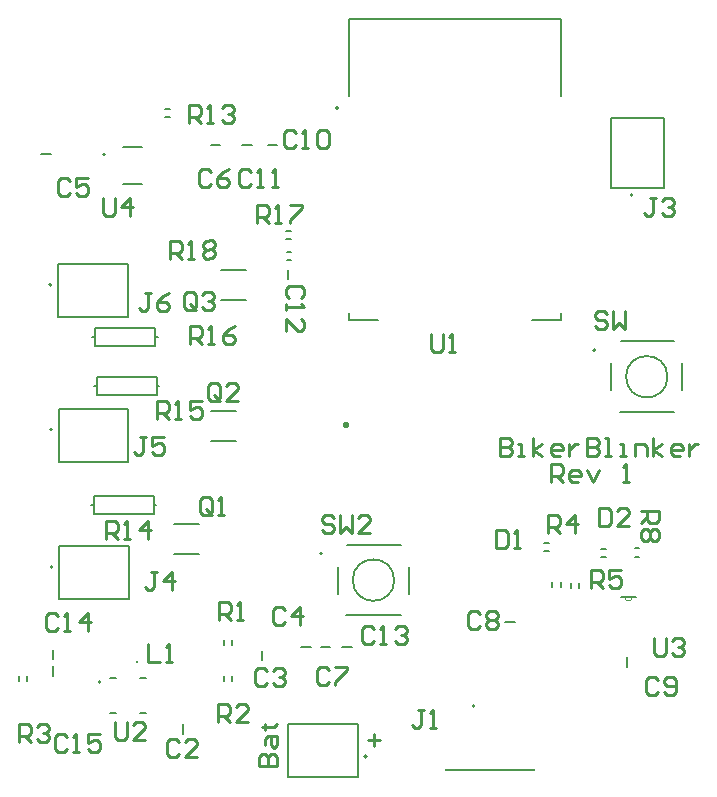
<source format=gto>
G04*
G04 #@! TF.GenerationSoftware,Altium Limited,Altium Designer,20.1.14 (287)*
G04*
G04 Layer_Color=65535*
%FSLAX44Y44*%
%MOMM*%
G71*
G04*
G04 #@! TF.SameCoordinates,6EDE4AF6-213E-4635-A875-022B84C130C8*
G04*
G04*
G04 #@! TF.FilePolarity,Positive*
G04*
G01*
G75*
%ADD10C,0.2000*%
%ADD11C,0.1600*%
%ADD12C,0.1270*%
%ADD13C,0.0000*%
%ADD14C,0.1524*%
%ADD15C,0.2540*%
D10*
X447186Y60578D02*
G03*
X447186Y60578I-1000J0D01*
G01*
X331562Y567090D02*
G03*
X331562Y567090I-1000J0D01*
G01*
X89300Y294648D02*
G03*
X89300Y294648I-1000J0D01*
G01*
X317980Y189780D02*
G03*
X317980Y189780I-1000J0D01*
G01*
X549374Y361950D02*
G03*
X549374Y361950I-1000J0D01*
G01*
X134480Y527660D02*
G03*
X134480Y527660I-1000J0D01*
G01*
X355770Y17860D02*
G03*
X355770Y17860I-1000J0D01*
G01*
X580874Y493176D02*
G03*
X580874Y493176I-1000J0D01*
G01*
X89968Y178482D02*
G03*
X89968Y178482I-1000J0D01*
G01*
X88698Y417242D02*
G03*
X88698Y417242I-1000J0D01*
G01*
X287948Y438206D02*
X291948D01*
X287948Y445206D02*
X291948D01*
X232578Y429822D02*
X253578D01*
X232578Y404822D02*
X253578D01*
X176530Y373380D02*
X178816D01*
X123444D02*
X125730D01*
X176530Y365760D02*
Y373380D01*
X125730Y365760D02*
X176530D01*
X125730D02*
Y381000D01*
X176530D01*
Y373380D02*
Y381000D01*
X161000Y97594D02*
Y98594D01*
X506000Y192080D02*
X510000D01*
X506000Y199080D02*
X510000D01*
X554006Y186746D02*
X558006D01*
X554006Y193746D02*
X558006D01*
X192446Y189430D02*
X213446D01*
X192446Y214430D02*
X213446D01*
X223688Y285442D02*
X244688D01*
X223688Y310442D02*
X244688D01*
X241662Y112618D02*
Y116618D01*
X234662Y112618D02*
Y116618D01*
X241662Y82258D02*
Y86258D01*
X234662Y82258D02*
Y86258D01*
X68270Y81820D02*
Y85820D01*
X61270Y81820D02*
Y85820D01*
X512882Y161830D02*
Y165830D01*
X519882Y161830D02*
Y165830D01*
X535376Y160814D02*
Y164814D01*
X528376Y160814D02*
Y164814D01*
X582454Y187254D02*
X586454D01*
X582454Y194254D02*
X586454D01*
X184944Y559364D02*
X188944D01*
X184944Y566364D02*
X188944D01*
X175260Y231140D02*
X177546D01*
X122174D02*
X124460D01*
X175260Y223520D02*
Y231140D01*
X124460Y223520D02*
X175260D01*
X124460D02*
Y238760D01*
X175260D01*
Y231140D02*
Y238760D01*
X177800Y331470D02*
X180086D01*
X124714D02*
X127000D01*
X177800Y323850D02*
Y331470D01*
X127000Y323850D02*
X177800D01*
X127000D02*
Y339090D01*
X177800D01*
Y331470D02*
Y339090D01*
X287694Y462986D02*
X291694D01*
X287694Y455986D02*
X291694D01*
D11*
X130390Y80970D02*
G03*
X130390Y80970I-800J0D01*
G01*
D12*
X378980Y167280D02*
G03*
X378980Y167280I-17550J0D01*
G01*
X610374Y339450D02*
G03*
X610374Y339450I-17550J0D01*
G01*
X422686Y6328D02*
Y7578D01*
Y6328D02*
X497686D01*
Y7578D01*
X520562Y577090D02*
Y642090D01*
X340562D02*
X520562D01*
X340562Y577090D02*
Y642090D01*
X520562Y387090D02*
Y393590D01*
X496062Y387090D02*
X520562D01*
X340562D02*
X365062D01*
X340562D02*
Y393590D01*
X153800Y267148D02*
Y312148D01*
X94800D02*
X153800D01*
X94800Y267148D02*
Y312148D01*
Y267148D02*
X153800D01*
X138590Y84770D02*
X143140D01*
X164040D02*
X168590D01*
X138590Y54770D02*
X143140D01*
X164040D02*
X168590D01*
X138590Y84370D02*
Y84770D01*
X168590Y84370D02*
Y84770D01*
Y54770D02*
Y55170D01*
X138590Y54770D02*
Y55170D01*
X331480Y155780D02*
Y178780D01*
X338430Y137330D02*
X384430D01*
X391430Y155780D02*
Y178780D01*
X339430Y197230D02*
X384430D01*
X570824Y369400D02*
X615824D01*
X622824Y327950D02*
Y350950D01*
X569824Y309500D02*
X615824D01*
X562874Y327950D02*
Y350950D01*
X149480Y533860D02*
X165480D01*
X149480Y502460D02*
X165480D01*
X289270Y45360D02*
X348270D01*
Y360D02*
Y45360D01*
X289270Y360D02*
X348270D01*
X289270D02*
Y45360D01*
X562374Y558676D02*
X607374D01*
X562374Y499676D02*
Y558676D01*
Y499676D02*
X607374D01*
Y558676D01*
X95468Y150982D02*
X154468D01*
X95468D02*
Y195982D01*
X154468D01*
Y150982D02*
Y195982D01*
X153198Y389742D02*
Y434742D01*
X94198D02*
X153198D01*
X94198Y389742D02*
Y434742D01*
Y389742D02*
X153198D01*
D13*
X574294Y152654D02*
G03*
X580390Y152654I3048J0D01*
G01*
D14*
X90171Y100141D02*
Y108140D01*
Y86171D02*
Y94170D01*
X580390Y152654D02*
X583438D01*
X574294D02*
X580390D01*
X571246D02*
X574294D01*
X335000Y110541D02*
X342999D01*
X200061Y37198D02*
Y45197D01*
X267371Y99428D02*
Y107427D01*
X300202Y111049D02*
X308201D01*
X80075Y528319D02*
X88074D01*
X223584Y535941D02*
X231583D01*
X473012Y132081D02*
X481011D01*
X576073Y93791D02*
Y101790D01*
X271844Y536071D02*
X279843D01*
X250254D02*
X258253D01*
X288797Y422212D02*
Y430211D01*
X316712Y110919D02*
X324711D01*
D15*
X511567Y250444D02*
Y265679D01*
X519184D01*
X521723Y263140D01*
Y258062D01*
X519184Y255522D01*
X511567D01*
X516645D02*
X521723Y250444D01*
X534419D02*
X529341D01*
X526802Y252983D01*
Y258062D01*
X529341Y260601D01*
X534419D01*
X536959Y258062D01*
Y255522D01*
X526802D01*
X542037Y260601D02*
X547115Y250444D01*
X552194Y260601D01*
X572507Y250444D02*
X577585D01*
X575046D01*
Y265679D01*
X572507Y263140D01*
X299736Y406387D02*
X302280Y408921D01*
X302290Y414000D01*
X299755Y416544D01*
X289599Y416564D01*
X287055Y414029D01*
X287045Y408951D01*
X289579Y406407D01*
X287030Y401334D02*
X287020Y396255D01*
X287025Y398794D01*
X302260Y398765D01*
X299726Y401309D01*
X286985Y378481D02*
X287005Y388638D01*
X297142Y378461D01*
X299681Y378456D01*
X302225Y380990D01*
X302235Y386069D01*
X299701Y388613D01*
X403860Y57147D02*
X398782D01*
X401321D01*
Y44452D01*
X398782Y41912D01*
X396242D01*
X393703Y44452D01*
X408938Y41912D02*
X414017D01*
X411478D01*
Y57147D01*
X408938Y54608D01*
X410213Y375918D02*
Y363222D01*
X412752Y360682D01*
X417831D01*
X420370Y363222D01*
Y375918D01*
X425448Y360682D02*
X430527D01*
X427988D01*
Y375918D01*
X425448Y373378D01*
X168911Y288288D02*
X163832D01*
X166372D01*
Y275592D01*
X163832Y273053D01*
X161293D01*
X158754Y275592D01*
X184146Y288288D02*
X173989D01*
Y280670D01*
X179067Y283209D01*
X181607D01*
X184146Y280670D01*
Y275592D01*
X181607Y273053D01*
X176528D01*
X173989Y275592D01*
X142842Y47540D02*
Y34844D01*
X145381Y32304D01*
X150460D01*
X152999Y34844D01*
Y47540D01*
X168234Y32304D02*
X158077D01*
X168234Y42461D01*
Y45000D01*
X165695Y47540D01*
X160616D01*
X158077Y45000D01*
X93983Y137158D02*
X91444Y139698D01*
X86365D01*
X83826Y137158D01*
Y127002D01*
X86365Y124462D01*
X91444D01*
X93983Y127002D01*
X99061Y124462D02*
X104140D01*
X101600D01*
Y139698D01*
X99061Y137158D01*
X119375Y124462D02*
Y139698D01*
X111757Y132080D01*
X121914D01*
X101603Y34288D02*
X99064Y36827D01*
X93985D01*
X91446Y34288D01*
Y24132D01*
X93985Y21593D01*
X99064D01*
X101603Y24132D01*
X106681Y21593D02*
X111760D01*
X109220D01*
Y36827D01*
X106681Y34288D01*
X129534Y36827D02*
X119377D01*
Y29210D01*
X124455Y31749D01*
X126995D01*
X129534Y29210D01*
Y24132D01*
X126995Y21593D01*
X121916D01*
X119377Y24132D01*
X327772Y220235D02*
X325233Y222774D01*
X320154D01*
X317615Y220235D01*
Y217696D01*
X320154Y215156D01*
X325233D01*
X327772Y212617D01*
Y210078D01*
X325233Y207539D01*
X320154D01*
X317615Y210078D01*
X332850Y222774D02*
Y207539D01*
X337928Y212617D01*
X343007Y207539D01*
Y222774D01*
X358242Y207539D02*
X348085D01*
X358242Y217696D01*
Y220235D01*
X355703Y222774D01*
X350624D01*
X348085Y220235D01*
X336804Y297688D02*
Y300227D01*
X339343D01*
Y297688D01*
X336804D01*
X357124Y32256D02*
X367281D01*
X362202Y37335D02*
Y27178D01*
X468884Y287269D02*
Y272034D01*
X476502D01*
X479041Y274573D01*
Y277112D01*
X476502Y279652D01*
X468884D01*
X476502D01*
X479041Y282191D01*
Y284730D01*
X476502Y287269D01*
X468884D01*
X484119Y272034D02*
X489197D01*
X486658D01*
Y282191D01*
X484119D01*
X496815Y272034D02*
Y287269D01*
Y277112D02*
X504432Y282191D01*
X496815Y277112D02*
X504432Y272034D01*
X519668D02*
X514589D01*
X512050Y274573D01*
Y279652D01*
X514589Y282191D01*
X519668D01*
X522207Y279652D01*
Y277112D01*
X512050D01*
X527285Y282191D02*
Y272034D01*
Y277112D01*
X529824Y279652D01*
X532364Y282191D01*
X534903D01*
X542520Y287269D02*
Y272034D01*
X550138D01*
X552677Y274573D01*
Y277112D01*
X550138Y279652D01*
X542520D01*
X550138D01*
X552677Y282191D01*
Y284730D01*
X550138Y287269D01*
X542520D01*
X557755Y272034D02*
X562834D01*
X560294D01*
Y287269D01*
X557755D01*
X570451Y272034D02*
X575530D01*
X572990D01*
Y282191D01*
X570451D01*
X583147Y272034D02*
Y282191D01*
X590765D01*
X593304Y279652D01*
Y272034D01*
X598382D02*
Y287269D01*
Y277112D02*
X606000Y282191D01*
X598382Y277112D02*
X606000Y272034D01*
X621235D02*
X616156D01*
X613617Y274573D01*
Y279652D01*
X616156Y282191D01*
X621235D01*
X623774Y279652D01*
Y277112D01*
X613617D01*
X628852Y282191D02*
Y272034D01*
Y277112D01*
X631391Y279652D01*
X633931Y282191D01*
X636470D01*
X559166Y392405D02*
X556627Y394944D01*
X551548D01*
X549009Y392405D01*
Y389866D01*
X551548Y387327D01*
X556627D01*
X559166Y384787D01*
Y382248D01*
X556627Y379709D01*
X551548D01*
X549009Y382248D01*
X564244Y394944D02*
Y379709D01*
X569322Y384787D01*
X574401Y379709D01*
Y394944D01*
X361953Y125728D02*
X359414Y128267D01*
X354335D01*
X351796Y125728D01*
Y115572D01*
X354335Y113033D01*
X359414D01*
X361953Y115572D01*
X367031Y113033D02*
X372110D01*
X369570D01*
Y128267D01*
X367031Y125728D01*
X379727D02*
X382266Y128267D01*
X387345D01*
X389884Y125728D01*
Y123189D01*
X387345Y120650D01*
X384805D01*
X387345D01*
X389884Y118111D01*
Y115572D01*
X387345Y113033D01*
X382266D01*
X379727Y115572D01*
X323851Y91438D02*
X321312Y93977D01*
X316233D01*
X313694Y91438D01*
Y81282D01*
X316233Y78742D01*
X321312D01*
X323851Y81282D01*
X328929Y93977D02*
X339086D01*
Y91438D01*
X328929Y81282D01*
Y78742D01*
X598936Y118108D02*
Y105412D01*
X601475Y102872D01*
X606554D01*
X609093Y105412D01*
Y118108D01*
X614171Y115568D02*
X616710Y118108D01*
X621789D01*
X624328Y115568D01*
Y113029D01*
X621789Y110490D01*
X619249D01*
X621789D01*
X624328Y107951D01*
Y105412D01*
X621789Y102872D01*
X616710D01*
X614171Y105412D01*
X173229Y410462D02*
X168151D01*
X170690D01*
Y397766D01*
X168151Y395227D01*
X165611D01*
X163072Y397766D01*
X188464Y410462D02*
X183386Y407922D01*
X178307Y402844D01*
Y397766D01*
X180846Y395227D01*
X185925D01*
X188464Y397766D01*
Y400305D01*
X185925Y402844D01*
X178307D01*
X177801Y173988D02*
X172722D01*
X175262D01*
Y161292D01*
X172722Y158752D01*
X170183D01*
X167644Y161292D01*
X190497Y158752D02*
Y173988D01*
X182879Y166370D01*
X193036D01*
X132680Y490827D02*
Y478132D01*
X135219Y475592D01*
X140298D01*
X142837Y478132D01*
Y490827D01*
X155533Y475592D02*
Y490827D01*
X147915Y483210D01*
X158072D01*
X189325Y439204D02*
X189150Y454438D01*
X196767Y454526D01*
X199335Y452016D01*
X199394Y446938D01*
X196884Y444370D01*
X189267Y444282D01*
X194345Y444340D02*
X199481Y439321D01*
X204559Y439379D02*
X209637Y439438D01*
X207098Y439408D01*
X206923Y454642D01*
X204413Y452074D01*
X217108Y452220D02*
X219618Y454789D01*
X224696Y454847D01*
X227264Y452337D01*
X227293Y449798D01*
X224784Y447230D01*
X227352Y444720D01*
X227381Y442181D01*
X224871Y439613D01*
X219793Y439554D01*
X217225Y442064D01*
X217196Y444603D01*
X219706Y447172D01*
X217137Y449681D01*
X217108Y452220D01*
X219706Y447172D02*
X224784Y447230D01*
X262896Y469902D02*
Y485137D01*
X270514D01*
X273053Y482598D01*
Y477520D01*
X270514Y474981D01*
X262896D01*
X267974D02*
X273053Y469902D01*
X278131D02*
X283210D01*
X280670D01*
Y485137D01*
X278131Y482598D01*
X290827Y485137D02*
X300984D01*
Y482598D01*
X290827Y472442D01*
Y469902D01*
X205765Y366985D02*
X205727Y382220D01*
X213345Y382239D01*
X215890Y379706D01*
X215903Y374628D01*
X213370Y372082D01*
X205753Y372063D01*
X210831Y372076D02*
X215922Y367010D01*
X221000Y367023D02*
X226078Y367036D01*
X223539Y367029D01*
X223501Y382264D01*
X220969Y379719D01*
X243815Y382315D02*
X238743Y379763D01*
X233677Y374672D01*
X233690Y369594D01*
X236235Y367061D01*
X241314Y367074D01*
X243846Y369619D01*
X243840Y372158D01*
X241295Y374691D01*
X233677Y374672D01*
X178335Y303482D02*
X178294Y318717D01*
X185911Y318737D01*
X188457Y316205D01*
X188471Y311126D01*
X185938Y308580D01*
X178321Y308560D01*
X183399Y308574D02*
X188491Y303509D01*
X193570Y303522D02*
X198648Y303536D01*
X196109Y303529D01*
X196068Y318764D01*
X193536Y316218D01*
X216381Y318818D02*
X206225Y318791D01*
X206245Y311174D01*
X211317Y313726D01*
X213856Y313733D01*
X216402Y311201D01*
X216415Y306122D01*
X213883Y303577D01*
X208805Y303563D01*
X206259Y306095D01*
X134626Y201933D02*
X134626Y217168D01*
X142244Y217168D01*
X144783Y214628D01*
X144783Y209550D01*
X142244Y207011D01*
X134626Y207011D01*
X139705Y207011D02*
X144783Y201933D01*
X149861Y201933D02*
X154939Y201932D01*
X152400Y201933D01*
X152401Y217167D01*
X149861Y214628D01*
X170175Y201932D02*
X170175Y217167D01*
X162557Y209550D01*
X172714Y209550D01*
X204984Y554230D02*
Y569465D01*
X212602D01*
X215141Y566926D01*
Y561848D01*
X212602Y559309D01*
X204984D01*
X210063D02*
X215141Y554230D01*
X220219D02*
X225298D01*
X222758D01*
Y569465D01*
X220219Y566926D01*
X232915D02*
X235454Y569465D01*
X240533D01*
X243072Y566926D01*
Y564387D01*
X240533Y561848D01*
X237994D01*
X240533D01*
X243072Y559309D01*
Y556770D01*
X240533Y554230D01*
X235454D01*
X232915Y556770D01*
X588013Y226056D02*
X603247D01*
Y218438D01*
X600708Y215899D01*
X595630D01*
X593091Y218438D01*
Y226056D01*
Y220977D02*
X588013Y215899D01*
X600708Y210821D02*
X603247Y208282D01*
Y203203D01*
X600708Y200664D01*
X598169D01*
X595630Y203203D01*
X593091Y200664D01*
X590552D01*
X588013Y203203D01*
Y208282D01*
X590552Y210821D01*
X593091D01*
X595630Y208282D01*
X598169Y210821D01*
X600708D01*
X595630Y208282D02*
Y203203D01*
X545596Y160530D02*
Y175765D01*
X553214D01*
X555753Y173226D01*
Y168148D01*
X553214Y165609D01*
X545596D01*
X550675D02*
X555753Y160530D01*
X570988Y175765D02*
X560831D01*
Y168148D01*
X565910Y170687D01*
X568449D01*
X570988Y168148D01*
Y163070D01*
X568449Y160530D01*
X563370D01*
X560831Y163070D01*
X509274Y207013D02*
Y222248D01*
X516892D01*
X519431Y219708D01*
Y214630D01*
X516892Y212091D01*
X509274D01*
X514352D02*
X519431Y207013D01*
X532127D02*
Y222248D01*
X524509Y214630D01*
X534666D01*
X60964Y30482D02*
Y45718D01*
X68582D01*
X71121Y43178D01*
Y38100D01*
X68582Y35561D01*
X60964D01*
X66042D02*
X71121Y30482D01*
X76199Y43178D02*
X78738Y45718D01*
X83817D01*
X86356Y43178D01*
Y40639D01*
X83817Y38100D01*
X81278D01*
X83817D01*
X86356Y35561D01*
Y33022D01*
X83817Y30482D01*
X78738D01*
X76199Y33022D01*
X229784Y47042D02*
Y62277D01*
X237402D01*
X239941Y59738D01*
Y54660D01*
X237402Y52121D01*
X229784D01*
X234862D02*
X239941Y47042D01*
X255176D02*
X245019D01*
X255176Y57199D01*
Y59738D01*
X252637Y62277D01*
X247558D01*
X245019Y59738D01*
X231053Y133148D02*
Y148384D01*
X238671D01*
X241210Y145844D01*
Y140766D01*
X238671Y138227D01*
X231053D01*
X236132D02*
X241210Y133148D01*
X246288D02*
X251367D01*
X248828D01*
Y148384D01*
X246288Y145844D01*
X210821Y398782D02*
Y408938D01*
X208282Y411478D01*
X203203D01*
X200664Y408938D01*
Y398782D01*
X203203Y396242D01*
X208282D01*
X205742Y401321D02*
X210821Y396242D01*
X208282D02*
X210821Y398782D01*
X215899Y408938D02*
X218438Y411478D01*
X223517D01*
X226056Y408938D01*
Y406399D01*
X223517Y403860D01*
X220977D01*
X223517D01*
X226056Y401321D01*
Y398782D01*
X223517Y396242D01*
X218438D01*
X215899Y398782D01*
X231391Y321563D02*
Y331720D01*
X228852Y334259D01*
X223773D01*
X221234Y331720D01*
Y321563D01*
X223773Y319024D01*
X228852D01*
X226312Y324102D02*
X231391Y319024D01*
X228852D02*
X231391Y321563D01*
X246626Y319024D02*
X236469D01*
X246626Y329181D01*
Y331720D01*
X244087Y334259D01*
X239008D01*
X236469Y331720D01*
X224790Y224792D02*
Y234948D01*
X222251Y237488D01*
X217173D01*
X214633Y234948D01*
Y224792D01*
X217173Y222253D01*
X222251D01*
X219712Y227331D02*
X224790Y222253D01*
X222251D02*
X224790Y224792D01*
X229868Y222253D02*
X234947D01*
X232408D01*
Y237488D01*
X229868Y234948D01*
X170183Y113027D02*
Y97793D01*
X180340D01*
X185418D02*
X190497D01*
X187958D01*
Y113027D01*
X185418Y110488D01*
X600711Y490979D02*
X595633D01*
X598172D01*
Y478284D01*
X595633Y475745D01*
X593093D01*
X590554Y478284D01*
X605789Y488440D02*
X608328Y490979D01*
X613407D01*
X615946Y488440D01*
Y485901D01*
X613407Y483362D01*
X610868D01*
X613407D01*
X615946Y480823D01*
Y478284D01*
X613407Y475745D01*
X608328D01*
X605789Y478284D01*
X264416Y9912D02*
X279652D01*
Y17529D01*
X277112Y20069D01*
X274573D01*
X272034Y17529D01*
Y9912D01*
Y17529D01*
X269495Y20069D01*
X266956D01*
X264416Y17529D01*
Y9912D01*
X269495Y27686D02*
Y32764D01*
X272034Y35303D01*
X279652D01*
Y27686D01*
X277112Y25147D01*
X274573Y27686D01*
Y35303D01*
X266956Y42921D02*
X269495D01*
Y40382D01*
Y45460D01*
Y42921D01*
X277112D01*
X279652Y45460D01*
X552200Y228344D02*
Y213109D01*
X559818D01*
X562357Y215648D01*
Y225804D01*
X559818Y228344D01*
X552200D01*
X577592Y213109D02*
X567435D01*
X577592Y223265D01*
Y225804D01*
X575053Y228344D01*
X569974D01*
X567435Y225804D01*
X464823Y209548D02*
Y194312D01*
X472441D01*
X474980Y196852D01*
Y207008D01*
X472441Y209548D01*
X464823D01*
X480058Y194312D02*
X485137D01*
X482598D01*
Y209548D01*
X480058Y207008D01*
X257812Y513078D02*
X255273Y515617D01*
X250194D01*
X247655Y513078D01*
Y502922D01*
X250194Y500382D01*
X255273D01*
X257812Y502922D01*
X262890Y500382D02*
X267969D01*
X265430D01*
Y515617D01*
X262890Y513078D01*
X275586Y500382D02*
X280665D01*
X278125D01*
Y515617D01*
X275586Y513078D01*
X295913Y546098D02*
X293374Y548638D01*
X288295D01*
X285756Y546098D01*
Y535942D01*
X288295Y533402D01*
X293374D01*
X295913Y535942D01*
X300991Y533402D02*
X306070D01*
X303530D01*
Y548638D01*
X300991Y546098D01*
X313687D02*
X316226Y548638D01*
X321305D01*
X323844Y546098D01*
Y535942D01*
X321305Y533402D01*
X316226D01*
X313687Y535942D01*
Y546098D01*
X602743Y82548D02*
X600204Y85087D01*
X595125D01*
X592586Y82548D01*
Y72392D01*
X595125Y69852D01*
X600204D01*
X602743Y72392D01*
X607821D02*
X610360Y69852D01*
X615439D01*
X617978Y72392D01*
Y82548D01*
X615439Y85087D01*
X610360D01*
X607821Y82548D01*
Y80009D01*
X610360Y77470D01*
X617978D01*
X451359Y138936D02*
X448820Y141475D01*
X443741D01*
X441202Y138936D01*
Y128780D01*
X443741Y126241D01*
X448820D01*
X451359Y128780D01*
X456437Y138936D02*
X458976Y141475D01*
X464055D01*
X466594Y138936D01*
Y136397D01*
X464055Y133858D01*
X466594Y131319D01*
Y128780D01*
X464055Y126241D01*
X458976D01*
X456437Y128780D01*
Y131319D01*
X458976Y133858D01*
X456437Y136397D01*
Y138936D01*
X458976Y133858D02*
X464055D01*
X223521Y513078D02*
X220982Y515617D01*
X215903D01*
X213364Y513078D01*
Y502922D01*
X215903Y500382D01*
X220982D01*
X223521Y502922D01*
X238756Y515617D02*
X233678Y513078D01*
X228599Y508000D01*
Y502922D01*
X231138Y500382D01*
X236217D01*
X238756Y502922D01*
Y505461D01*
X236217Y508000D01*
X228599D01*
X104141Y505458D02*
X101602Y507998D01*
X96523D01*
X93984Y505458D01*
Y495302D01*
X96523Y492762D01*
X101602D01*
X104141Y495302D01*
X119376Y507998D02*
X109219D01*
Y500380D01*
X114298Y502919D01*
X116837D01*
X119376Y500380D01*
Y495302D01*
X116837Y492762D01*
X111758D01*
X109219Y495302D01*
X286423Y142288D02*
X283884Y144827D01*
X278805D01*
X276266Y142288D01*
Y132132D01*
X278805Y129593D01*
X283884D01*
X286423Y132132D01*
X299119Y129593D02*
Y144827D01*
X291501Y137210D01*
X301658D01*
X271691Y90472D02*
X269152Y93012D01*
X264073D01*
X261534Y90472D01*
Y80316D01*
X264073Y77776D01*
X269152D01*
X271691Y80316D01*
X276769Y90472D02*
X279308Y93012D01*
X284387D01*
X286926Y90472D01*
Y87933D01*
X284387Y85394D01*
X281847D01*
X284387D01*
X286926Y82855D01*
Y80316D01*
X284387Y77776D01*
X279308D01*
X276769Y80316D01*
X196851Y30478D02*
X194312Y33017D01*
X189233D01*
X186694Y30478D01*
Y20322D01*
X189233Y17782D01*
X194312D01*
X196851Y20322D01*
X212086Y17782D02*
X201929D01*
X212086Y27939D01*
Y30478D01*
X209547Y33017D01*
X204468D01*
X201929Y30478D01*
M02*

</source>
